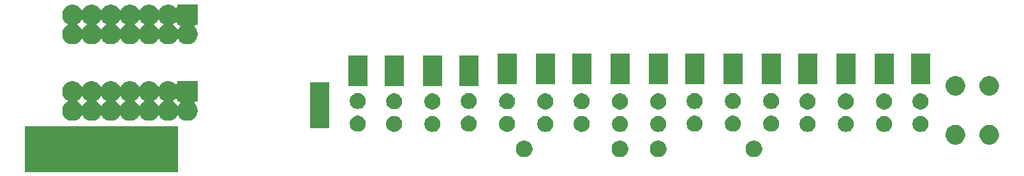
<source format=gbr>
G04 #@! TF.GenerationSoftware,KiCad,Pcbnew,(5.1.5)-3*
G04 #@! TF.CreationDate,2021-02-24T13:15:57+01:00*
G04 #@! TF.ProjectId,Projekt,50726f6a-656b-4742-9e6b-696361645f70,rev?*
G04 #@! TF.SameCoordinates,PX3778af0PY9765530*
G04 #@! TF.FileFunction,Soldermask,Bot*
G04 #@! TF.FilePolarity,Negative*
%FSLAX46Y46*%
G04 Gerber Fmt 4.6, Leading zero omitted, Abs format (unit mm)*
G04 Created by KiCad (PCBNEW (5.1.5)-3) date 2021-02-24 13:15:57*
%MOMM*%
%LPD*%
G04 APERTURE LIST*
%ADD10C,0.100000*%
G04 APERTURE END LIST*
D10*
G36*
X52812000Y17748000D02*
G01*
X50312000Y17748000D01*
X50312000Y13748000D01*
X52812000Y13748000D01*
X52812000Y17748000D01*
G37*
X52812000Y17748000D02*
X50312000Y17748000D01*
X50312000Y13748000D01*
X52812000Y13748000D01*
X52812000Y17748000D01*
G36*
X92690000Y18002000D02*
G01*
X90190000Y18002000D01*
X90190000Y14002000D01*
X92690000Y14002000D01*
X92690000Y18002000D01*
G37*
X92690000Y18002000D02*
X90190000Y18002000D01*
X90190000Y14002000D01*
X92690000Y14002000D01*
X92690000Y18002000D01*
G36*
X67798000Y18002000D02*
G01*
X65298000Y18002000D01*
X65298000Y14002000D01*
X67798000Y14002000D01*
X67798000Y18002000D01*
G37*
X67798000Y18002000D02*
X65298000Y18002000D01*
X65298000Y14002000D01*
X67798000Y14002000D01*
X67798000Y18002000D01*
G36*
X57892000Y17748000D02*
G01*
X55392000Y17748000D01*
X55392000Y13748000D01*
X57892000Y13748000D01*
X57892000Y17748000D01*
G37*
X57892000Y17748000D02*
X55392000Y17748000D01*
X55392000Y13748000D01*
X57892000Y13748000D01*
X57892000Y17748000D01*
G36*
X5060000Y8334000D02*
G01*
X2560000Y8334000D01*
X2560000Y2334000D01*
X5060000Y2334000D01*
X5060000Y8334000D01*
G37*
X5060000Y8334000D02*
X2560000Y8334000D01*
X2560000Y2334000D01*
X5060000Y2334000D01*
X5060000Y8334000D01*
G36*
X7600000Y8334000D02*
G01*
X5100000Y8334000D01*
X5100000Y2334000D01*
X7600000Y2334000D01*
X7600000Y8334000D01*
G37*
X7600000Y8334000D02*
X5100000Y8334000D01*
X5100000Y2334000D01*
X7600000Y2334000D01*
X7600000Y8334000D01*
G36*
X20300000Y8334000D02*
G01*
X17800000Y8334000D01*
X17800000Y2334000D01*
X20300000Y2334000D01*
X20300000Y8334000D01*
G37*
X20300000Y8334000D02*
X17800000Y8334000D01*
X17800000Y2334000D01*
X20300000Y2334000D01*
X20300000Y8334000D01*
G36*
X17760000Y8334000D02*
G01*
X15260000Y8334000D01*
X15260000Y2334000D01*
X17760000Y2334000D01*
X17760000Y8334000D01*
G37*
X17760000Y8334000D02*
X15260000Y8334000D01*
X15260000Y2334000D01*
X17760000Y2334000D01*
X17760000Y8334000D01*
G36*
X15220000Y8334000D02*
G01*
X12720000Y8334000D01*
X12720000Y2334000D01*
X15220000Y2334000D01*
X15220000Y8334000D01*
G37*
X15220000Y8334000D02*
X12720000Y8334000D01*
X12720000Y2334000D01*
X15220000Y2334000D01*
X15220000Y8334000D01*
G36*
X12680000Y8334000D02*
G01*
X10180000Y8334000D01*
X10180000Y2334000D01*
X12680000Y2334000D01*
X12680000Y8334000D01*
G37*
X12680000Y8334000D02*
X10180000Y8334000D01*
X10180000Y2334000D01*
X12680000Y2334000D01*
X12680000Y8334000D01*
G36*
X10140000Y8334000D02*
G01*
X7640000Y8334000D01*
X7640000Y2334000D01*
X10140000Y2334000D01*
X10140000Y8334000D01*
G37*
X10140000Y8334000D02*
X7640000Y8334000D01*
X7640000Y2334000D01*
X10140000Y2334000D01*
X10140000Y8334000D01*
G36*
X97770000Y18002000D02*
G01*
X95270000Y18002000D01*
X95270000Y14002000D01*
X97770000Y14002000D01*
X97770000Y18002000D01*
G37*
X97770000Y18002000D02*
X95270000Y18002000D01*
X95270000Y14002000D01*
X97770000Y14002000D01*
X97770000Y18002000D01*
G36*
X87864000Y18002000D02*
G01*
X85364000Y18002000D01*
X85364000Y14002000D01*
X87864000Y14002000D01*
X87864000Y18002000D01*
G37*
X87864000Y18002000D02*
X85364000Y18002000D01*
X85364000Y14002000D01*
X87864000Y14002000D01*
X87864000Y18002000D01*
G36*
X77704000Y18002000D02*
G01*
X75204000Y18002000D01*
X75204000Y14002000D01*
X77704000Y14002000D01*
X77704000Y18002000D01*
G37*
X77704000Y18002000D02*
X75204000Y18002000D01*
X75204000Y14002000D01*
X77704000Y14002000D01*
X77704000Y18002000D01*
G36*
X72878000Y18002000D02*
G01*
X70378000Y18002000D01*
X70378000Y14002000D01*
X72878000Y14002000D01*
X72878000Y18002000D01*
G37*
X72878000Y18002000D02*
X70378000Y18002000D01*
X70378000Y14002000D01*
X72878000Y14002000D01*
X72878000Y18002000D01*
G36*
X82784000Y18002000D02*
G01*
X80284000Y18002000D01*
X80284000Y14002000D01*
X82784000Y14002000D01*
X82784000Y18002000D01*
G37*
X82784000Y18002000D02*
X80284000Y18002000D01*
X80284000Y14002000D01*
X82784000Y14002000D01*
X82784000Y18002000D01*
G36*
X62718000Y17748000D02*
G01*
X60218000Y17748000D01*
X60218000Y13748000D01*
X62718000Y13748000D01*
X62718000Y17748000D01*
G37*
X62718000Y17748000D02*
X60218000Y17748000D01*
X60218000Y13748000D01*
X62718000Y13748000D01*
X62718000Y17748000D01*
G36*
X47986000Y17748000D02*
G01*
X45486000Y17748000D01*
X45486000Y13748000D01*
X47986000Y13748000D01*
X47986000Y17748000D01*
G37*
X47986000Y17748000D02*
X45486000Y17748000D01*
X45486000Y13748000D01*
X47986000Y13748000D01*
X47986000Y17748000D01*
G36*
X22840000Y8334000D02*
G01*
X20340000Y8334000D01*
X20340000Y2334000D01*
X22840000Y2334000D01*
X22840000Y8334000D01*
G37*
X22840000Y8334000D02*
X20340000Y8334000D01*
X20340000Y2334000D01*
X22840000Y2334000D01*
X22840000Y8334000D01*
G36*
X42906000Y14176000D02*
G01*
X40406000Y14176000D01*
X40406000Y8176000D01*
X42906000Y8176000D01*
X42906000Y14176000D01*
G37*
X42906000Y14176000D02*
X40406000Y14176000D01*
X40406000Y8176000D01*
X42906000Y8176000D01*
X42906000Y14176000D01*
G36*
X122662000Y18002000D02*
G01*
X120162000Y18002000D01*
X120162000Y14002000D01*
X122662000Y14002000D01*
X122662000Y18002000D01*
G37*
X122662000Y18002000D02*
X120162000Y18002000D01*
X120162000Y14002000D01*
X122662000Y14002000D01*
X122662000Y18002000D01*
G36*
X117836000Y18002000D02*
G01*
X115336000Y18002000D01*
X115336000Y14002000D01*
X117836000Y14002000D01*
X117836000Y18002000D01*
G37*
X117836000Y18002000D02*
X115336000Y18002000D01*
X115336000Y14002000D01*
X117836000Y14002000D01*
X117836000Y18002000D01*
G36*
X107676000Y18002000D02*
G01*
X105176000Y18002000D01*
X105176000Y14002000D01*
X107676000Y14002000D01*
X107676000Y18002000D01*
G37*
X107676000Y18002000D02*
X105176000Y18002000D01*
X105176000Y14002000D01*
X107676000Y14002000D01*
X107676000Y18002000D01*
G36*
X102850000Y18002000D02*
G01*
X100350000Y18002000D01*
X100350000Y14002000D01*
X102850000Y14002000D01*
X102850000Y18002000D01*
G37*
X102850000Y18002000D02*
X100350000Y18002000D01*
X100350000Y14002000D01*
X102850000Y14002000D01*
X102850000Y18002000D01*
G36*
X112756000Y18002000D02*
G01*
X110256000Y18002000D01*
X110256000Y14002000D01*
X112756000Y14002000D01*
X112756000Y18002000D01*
G37*
X112756000Y18002000D02*
X110256000Y18002000D01*
X110256000Y14002000D01*
X112756000Y14002000D01*
X112756000Y18002000D01*
G36*
X99528599Y6412864D02*
G01*
X99634860Y6391727D01*
X99835047Y6308807D01*
X100015209Y6188426D01*
X100168426Y6035209D01*
X100288807Y5855047D01*
X100371727Y5654860D01*
X100414000Y5442339D01*
X100414000Y5225661D01*
X100371727Y5013140D01*
X100288807Y4812953D01*
X100168426Y4632791D01*
X100015209Y4479574D01*
X99835047Y4359193D01*
X99634860Y4276273D01*
X99528600Y4255137D01*
X99422341Y4234000D01*
X99205659Y4234000D01*
X99099400Y4255137D01*
X98993140Y4276273D01*
X98792953Y4359193D01*
X98612791Y4479574D01*
X98459574Y4632791D01*
X98339193Y4812953D01*
X98256273Y5013140D01*
X98214000Y5225661D01*
X98214000Y5442339D01*
X98256273Y5654860D01*
X98339193Y5855047D01*
X98459574Y6035209D01*
X98612791Y6188426D01*
X98792953Y6308807D01*
X98993140Y6391727D01*
X99099401Y6412864D01*
X99205659Y6434000D01*
X99422341Y6434000D01*
X99528599Y6412864D01*
G37*
G36*
X69048599Y6412864D02*
G01*
X69154860Y6391727D01*
X69355047Y6308807D01*
X69535209Y6188426D01*
X69688426Y6035209D01*
X69808807Y5855047D01*
X69891727Y5654860D01*
X69934000Y5442339D01*
X69934000Y5225661D01*
X69891727Y5013140D01*
X69808807Y4812953D01*
X69688426Y4632791D01*
X69535209Y4479574D01*
X69355047Y4359193D01*
X69154860Y4276273D01*
X69048600Y4255137D01*
X68942341Y4234000D01*
X68725659Y4234000D01*
X68619400Y4255137D01*
X68513140Y4276273D01*
X68312953Y4359193D01*
X68132791Y4479574D01*
X67979574Y4632791D01*
X67859193Y4812953D01*
X67776273Y5013140D01*
X67734000Y5225661D01*
X67734000Y5442339D01*
X67776273Y5654860D01*
X67859193Y5855047D01*
X67979574Y6035209D01*
X68132791Y6188426D01*
X68312953Y6308807D01*
X68513140Y6391727D01*
X68619401Y6412864D01*
X68725659Y6434000D01*
X68942341Y6434000D01*
X69048599Y6412864D01*
G37*
G36*
X81748599Y6412864D02*
G01*
X81854860Y6391727D01*
X82055047Y6308807D01*
X82235209Y6188426D01*
X82388426Y6035209D01*
X82508807Y5855047D01*
X82591727Y5654860D01*
X82634000Y5442339D01*
X82634000Y5225661D01*
X82591727Y5013140D01*
X82508807Y4812953D01*
X82388426Y4632791D01*
X82235209Y4479574D01*
X82055047Y4359193D01*
X81854860Y4276273D01*
X81748600Y4255137D01*
X81642341Y4234000D01*
X81425659Y4234000D01*
X81319400Y4255137D01*
X81213140Y4276273D01*
X81012953Y4359193D01*
X80832791Y4479574D01*
X80679574Y4632791D01*
X80559193Y4812953D01*
X80476273Y5013140D01*
X80434000Y5225661D01*
X80434000Y5442339D01*
X80476273Y5654860D01*
X80559193Y5855047D01*
X80679574Y6035209D01*
X80832791Y6188426D01*
X81012953Y6308807D01*
X81213140Y6391727D01*
X81319401Y6412864D01*
X81425659Y6434000D01*
X81642341Y6434000D01*
X81748599Y6412864D01*
G37*
G36*
X86828599Y6412864D02*
G01*
X86934860Y6391727D01*
X87135047Y6308807D01*
X87315209Y6188426D01*
X87468426Y6035209D01*
X87588807Y5855047D01*
X87671727Y5654860D01*
X87714000Y5442339D01*
X87714000Y5225661D01*
X87671727Y5013140D01*
X87588807Y4812953D01*
X87468426Y4632791D01*
X87315209Y4479574D01*
X87135047Y4359193D01*
X86934860Y4276273D01*
X86828600Y4255137D01*
X86722341Y4234000D01*
X86505659Y4234000D01*
X86399400Y4255137D01*
X86293140Y4276273D01*
X86092953Y4359193D01*
X85912791Y4479574D01*
X85759574Y4632791D01*
X85639193Y4812953D01*
X85556273Y5013140D01*
X85514000Y5225661D01*
X85514000Y5442339D01*
X85556273Y5654860D01*
X85639193Y5855047D01*
X85759574Y6035209D01*
X85912791Y6188426D01*
X86092953Y6308807D01*
X86293140Y6391727D01*
X86399401Y6412864D01*
X86505659Y6434000D01*
X86722341Y6434000D01*
X86828599Y6412864D01*
G37*
G36*
X130935196Y8466042D02*
G01*
X131171781Y8368045D01*
X131381874Y8227666D01*
X131384705Y8225774D01*
X131565774Y8044705D01*
X131565776Y8044702D01*
X131708045Y7831781D01*
X131806042Y7595196D01*
X131856000Y7344039D01*
X131856000Y7087961D01*
X131806042Y6836804D01*
X131730246Y6653816D01*
X131708046Y6600221D01*
X131565774Y6387295D01*
X131384705Y6206226D01*
X131384702Y6206224D01*
X131171781Y6063955D01*
X130935196Y5965958D01*
X130684039Y5916000D01*
X130427961Y5916000D01*
X130176804Y5965958D01*
X129940219Y6063955D01*
X129727298Y6206224D01*
X129727295Y6206226D01*
X129546226Y6387295D01*
X129403954Y6600221D01*
X129381754Y6653816D01*
X129305958Y6836804D01*
X129256000Y7087961D01*
X129256000Y7344039D01*
X129305958Y7595196D01*
X129403955Y7831781D01*
X129546224Y8044702D01*
X129546226Y8044705D01*
X129727295Y8225774D01*
X129730126Y8227666D01*
X129940219Y8368045D01*
X130176804Y8466042D01*
X130427961Y8516000D01*
X130684039Y8516000D01*
X130935196Y8466042D01*
G37*
G36*
X126435196Y8466042D02*
G01*
X126671781Y8368045D01*
X126881874Y8227666D01*
X126884705Y8225774D01*
X127065774Y8044705D01*
X127065776Y8044702D01*
X127208045Y7831781D01*
X127306042Y7595196D01*
X127356000Y7344039D01*
X127356000Y7087961D01*
X127306042Y6836804D01*
X127230246Y6653816D01*
X127208046Y6600221D01*
X127065774Y6387295D01*
X126884705Y6206226D01*
X126884702Y6206224D01*
X126671781Y6063955D01*
X126435196Y5965958D01*
X126184039Y5916000D01*
X125927961Y5916000D01*
X125676804Y5965958D01*
X125440219Y6063955D01*
X125227298Y6206224D01*
X125227295Y6206226D01*
X125046226Y6387295D01*
X124903954Y6600221D01*
X124881754Y6653816D01*
X124805958Y6836804D01*
X124756000Y7087961D01*
X124756000Y7344039D01*
X124805958Y7595196D01*
X124903955Y7831781D01*
X125046224Y8044702D01*
X125046226Y8044705D01*
X125227295Y8225774D01*
X125230126Y8227666D01*
X125440219Y8368045D01*
X125676804Y8466042D01*
X125927961Y8516000D01*
X126184039Y8516000D01*
X126435196Y8466042D01*
G37*
G36*
X86923774Y9657188D02*
G01*
X87117046Y9577133D01*
X87290986Y9460910D01*
X87438910Y9312986D01*
X87555133Y9139046D01*
X87635188Y8945774D01*
X87676000Y8740598D01*
X87676000Y8531402D01*
X87635188Y8326226D01*
X87555133Y8132954D01*
X87438910Y7959014D01*
X87290986Y7811090D01*
X87117046Y7694867D01*
X86923774Y7614812D01*
X86718598Y7574000D01*
X86509402Y7574000D01*
X86304226Y7614812D01*
X86110954Y7694867D01*
X85937014Y7811090D01*
X85789090Y7959014D01*
X85672867Y8132954D01*
X85592812Y8326226D01*
X85552000Y8531402D01*
X85552000Y8740598D01*
X85592812Y8945774D01*
X85672867Y9139046D01*
X85789090Y9312986D01*
X85937014Y9460910D01*
X86110954Y9577133D01*
X86304226Y9657188D01*
X86509402Y9698000D01*
X86718598Y9698000D01*
X86923774Y9657188D01*
G37*
G36*
X71937774Y9657188D02*
G01*
X72131046Y9577133D01*
X72304986Y9460910D01*
X72452910Y9312986D01*
X72569133Y9139046D01*
X72649188Y8945774D01*
X72690000Y8740598D01*
X72690000Y8531402D01*
X72649188Y8326226D01*
X72569133Y8132954D01*
X72452910Y7959014D01*
X72304986Y7811090D01*
X72131046Y7694867D01*
X71937774Y7614812D01*
X71732598Y7574000D01*
X71523402Y7574000D01*
X71318226Y7614812D01*
X71124954Y7694867D01*
X70951014Y7811090D01*
X70803090Y7959014D01*
X70686867Y8132954D01*
X70606812Y8326226D01*
X70566000Y8531402D01*
X70566000Y8740598D01*
X70606812Y8945774D01*
X70686867Y9139046D01*
X70803090Y9312986D01*
X70951014Y9460910D01*
X71124954Y9577133D01*
X71318226Y9657188D01*
X71523402Y9698000D01*
X71732598Y9698000D01*
X71937774Y9657188D01*
G37*
G36*
X56951774Y9657188D02*
G01*
X57145046Y9577133D01*
X57318986Y9460910D01*
X57466910Y9312986D01*
X57583133Y9139046D01*
X57663188Y8945774D01*
X57704000Y8740598D01*
X57704000Y8531402D01*
X57663188Y8326226D01*
X57583133Y8132954D01*
X57466910Y7959014D01*
X57318986Y7811090D01*
X57145046Y7694867D01*
X56951774Y7614812D01*
X56746598Y7574000D01*
X56537402Y7574000D01*
X56332226Y7614812D01*
X56138954Y7694867D01*
X55965014Y7811090D01*
X55817090Y7959014D01*
X55700867Y8132954D01*
X55620812Y8326226D01*
X55580000Y8531402D01*
X55580000Y8740598D01*
X55620812Y8945774D01*
X55700867Y9139046D01*
X55817090Y9312986D01*
X55965014Y9460910D01*
X56138954Y9577133D01*
X56332226Y9657188D01*
X56537402Y9698000D01*
X56746598Y9698000D01*
X56951774Y9657188D01*
G37*
G36*
X106735774Y9657188D02*
G01*
X106929046Y9577133D01*
X107102986Y9460910D01*
X107250910Y9312986D01*
X107367133Y9139046D01*
X107447188Y8945774D01*
X107488000Y8740598D01*
X107488000Y8531402D01*
X107447188Y8326226D01*
X107367133Y8132954D01*
X107250910Y7959014D01*
X107102986Y7811090D01*
X106929046Y7694867D01*
X106735774Y7614812D01*
X106530598Y7574000D01*
X106321402Y7574000D01*
X106116226Y7614812D01*
X105922954Y7694867D01*
X105749014Y7811090D01*
X105601090Y7959014D01*
X105484867Y8132954D01*
X105404812Y8326226D01*
X105364000Y8531402D01*
X105364000Y8740598D01*
X105404812Y8945774D01*
X105484867Y9139046D01*
X105601090Y9312986D01*
X105749014Y9460910D01*
X105922954Y9577133D01*
X106116226Y9657188D01*
X106321402Y9698000D01*
X106530598Y9698000D01*
X106735774Y9657188D01*
G37*
G36*
X121721774Y9657188D02*
G01*
X121915046Y9577133D01*
X122088986Y9460910D01*
X122236910Y9312986D01*
X122353133Y9139046D01*
X122433188Y8945774D01*
X122474000Y8740598D01*
X122474000Y8531402D01*
X122433188Y8326226D01*
X122353133Y8132954D01*
X122236910Y7959014D01*
X122088986Y7811090D01*
X121915046Y7694867D01*
X121721774Y7614812D01*
X121516598Y7574000D01*
X121307402Y7574000D01*
X121102226Y7614812D01*
X120908954Y7694867D01*
X120735014Y7811090D01*
X120587090Y7959014D01*
X120470867Y8132954D01*
X120390812Y8326226D01*
X120350000Y8531402D01*
X120350000Y8740598D01*
X120390812Y8945774D01*
X120470867Y9139046D01*
X120587090Y9312986D01*
X120735014Y9460910D01*
X120908954Y9577133D01*
X121102226Y9657188D01*
X121307402Y9698000D01*
X121516598Y9698000D01*
X121721774Y9657188D01*
G37*
G36*
X111815774Y9657188D02*
G01*
X112009046Y9577133D01*
X112182986Y9460910D01*
X112330910Y9312986D01*
X112447133Y9139046D01*
X112527188Y8945774D01*
X112568000Y8740598D01*
X112568000Y8531402D01*
X112527188Y8326226D01*
X112447133Y8132954D01*
X112330910Y7959014D01*
X112182986Y7811090D01*
X112009046Y7694867D01*
X111815774Y7614812D01*
X111610598Y7574000D01*
X111401402Y7574000D01*
X111196226Y7614812D01*
X111002954Y7694867D01*
X110829014Y7811090D01*
X110681090Y7959014D01*
X110564867Y8132954D01*
X110484812Y8326226D01*
X110444000Y8531402D01*
X110444000Y8740598D01*
X110484812Y8945774D01*
X110564867Y9139046D01*
X110681090Y9312986D01*
X110829014Y9460910D01*
X111002954Y9577133D01*
X111196226Y9657188D01*
X111401402Y9698000D01*
X111610598Y9698000D01*
X111815774Y9657188D01*
G37*
G36*
X81843774Y9657188D02*
G01*
X82037046Y9577133D01*
X82210986Y9460910D01*
X82358910Y9312986D01*
X82475133Y9139046D01*
X82555188Y8945774D01*
X82596000Y8740598D01*
X82596000Y8531402D01*
X82555188Y8326226D01*
X82475133Y8132954D01*
X82358910Y7959014D01*
X82210986Y7811090D01*
X82037046Y7694867D01*
X81843774Y7614812D01*
X81638598Y7574000D01*
X81429402Y7574000D01*
X81224226Y7614812D01*
X81030954Y7694867D01*
X80857014Y7811090D01*
X80709090Y7959014D01*
X80592867Y8132954D01*
X80512812Y8326226D01*
X80472000Y8531402D01*
X80472000Y8740598D01*
X80512812Y8945774D01*
X80592867Y9139046D01*
X80709090Y9312986D01*
X80857014Y9460910D01*
X81030954Y9577133D01*
X81224226Y9657188D01*
X81429402Y9698000D01*
X81638598Y9698000D01*
X81843774Y9657188D01*
G37*
G36*
X116895774Y9657188D02*
G01*
X117089046Y9577133D01*
X117262986Y9460910D01*
X117410910Y9312986D01*
X117527133Y9139046D01*
X117607188Y8945774D01*
X117648000Y8740598D01*
X117648000Y8531402D01*
X117607188Y8326226D01*
X117527133Y8132954D01*
X117410910Y7959014D01*
X117262986Y7811090D01*
X117089046Y7694867D01*
X116895774Y7614812D01*
X116690598Y7574000D01*
X116481402Y7574000D01*
X116276226Y7614812D01*
X116082954Y7694867D01*
X115909014Y7811090D01*
X115761090Y7959014D01*
X115644867Y8132954D01*
X115564812Y8326226D01*
X115524000Y8531402D01*
X115524000Y8740598D01*
X115564812Y8945774D01*
X115644867Y9139046D01*
X115761090Y9312986D01*
X115909014Y9460910D01*
X116082954Y9577133D01*
X116276226Y9657188D01*
X116481402Y9698000D01*
X116690598Y9698000D01*
X116895774Y9657188D01*
G37*
G36*
X76763774Y9681188D02*
G01*
X76957046Y9601133D01*
X77130986Y9484910D01*
X77278910Y9336986D01*
X77395133Y9163046D01*
X77475188Y8969774D01*
X77516000Y8764598D01*
X77516000Y8555402D01*
X77475188Y8350226D01*
X77395133Y8156954D01*
X77278910Y7983014D01*
X77130986Y7835090D01*
X76957046Y7718867D01*
X76763774Y7638812D01*
X76558598Y7598000D01*
X76349402Y7598000D01*
X76144226Y7638812D01*
X75950954Y7718867D01*
X75777014Y7835090D01*
X75629090Y7983014D01*
X75512867Y8156954D01*
X75432812Y8350226D01*
X75392000Y8555402D01*
X75392000Y8764598D01*
X75432812Y8969774D01*
X75512867Y9163046D01*
X75629090Y9336986D01*
X75777014Y9484910D01*
X75950954Y9601133D01*
X76144226Y9681188D01*
X76349402Y9722000D01*
X76558598Y9722000D01*
X76763774Y9681188D01*
G37*
G36*
X51871774Y9681188D02*
G01*
X52065046Y9601133D01*
X52238986Y9484910D01*
X52386910Y9336986D01*
X52503133Y9163046D01*
X52583188Y8969774D01*
X52624000Y8764598D01*
X52624000Y8555402D01*
X52583188Y8350226D01*
X52503133Y8156954D01*
X52386910Y7983014D01*
X52238986Y7835090D01*
X52065046Y7718867D01*
X51871774Y7638812D01*
X51666598Y7598000D01*
X51457402Y7598000D01*
X51252226Y7638812D01*
X51058954Y7718867D01*
X50885014Y7835090D01*
X50737090Y7983014D01*
X50620867Y8156954D01*
X50540812Y8350226D01*
X50500000Y8555402D01*
X50500000Y8764598D01*
X50540812Y8969774D01*
X50620867Y9163046D01*
X50737090Y9336986D01*
X50885014Y9484910D01*
X51058954Y9601133D01*
X51252226Y9681188D01*
X51457402Y9722000D01*
X51666598Y9722000D01*
X51871774Y9681188D01*
G37*
G36*
X66857774Y9681188D02*
G01*
X67051046Y9601133D01*
X67224986Y9484910D01*
X67372910Y9336986D01*
X67489133Y9163046D01*
X67569188Y8969774D01*
X67610000Y8764598D01*
X67610000Y8555402D01*
X67569188Y8350226D01*
X67489133Y8156954D01*
X67372910Y7983014D01*
X67224986Y7835090D01*
X67051046Y7718867D01*
X66857774Y7638812D01*
X66652598Y7598000D01*
X66443402Y7598000D01*
X66238226Y7638812D01*
X66044954Y7718867D01*
X65871014Y7835090D01*
X65723090Y7983014D01*
X65606867Y8156954D01*
X65526812Y8350226D01*
X65486000Y8555402D01*
X65486000Y8764598D01*
X65526812Y8969774D01*
X65606867Y9163046D01*
X65723090Y9336986D01*
X65871014Y9484910D01*
X66044954Y9601133D01*
X66238226Y9681188D01*
X66443402Y9722000D01*
X66652598Y9722000D01*
X66857774Y9681188D01*
G37*
G36*
X91749774Y9705188D02*
G01*
X91943046Y9625133D01*
X92116986Y9508910D01*
X92264910Y9360986D01*
X92381133Y9187046D01*
X92461188Y8993774D01*
X92502000Y8788598D01*
X92502000Y8579402D01*
X92461188Y8374226D01*
X92381133Y8180954D01*
X92264910Y8007014D01*
X92116986Y7859090D01*
X91943046Y7742867D01*
X91749774Y7662812D01*
X91544598Y7622000D01*
X91335402Y7622000D01*
X91130226Y7662812D01*
X90936954Y7742867D01*
X90763014Y7859090D01*
X90615090Y8007014D01*
X90498867Y8180954D01*
X90418812Y8374226D01*
X90378000Y8579402D01*
X90378000Y8788598D01*
X90418812Y8993774D01*
X90498867Y9187046D01*
X90615090Y9360986D01*
X90763014Y9508910D01*
X90936954Y9625133D01*
X91130226Y9705188D01*
X91335402Y9746000D01*
X91544598Y9746000D01*
X91749774Y9705188D01*
G37*
G36*
X96829774Y9705188D02*
G01*
X97023046Y9625133D01*
X97196986Y9508910D01*
X97344910Y9360986D01*
X97461133Y9187046D01*
X97541188Y8993774D01*
X97582000Y8788598D01*
X97582000Y8579402D01*
X97541188Y8374226D01*
X97461133Y8180954D01*
X97344910Y8007014D01*
X97196986Y7859090D01*
X97023046Y7742867D01*
X96829774Y7662812D01*
X96624598Y7622000D01*
X96415402Y7622000D01*
X96210226Y7662812D01*
X96016954Y7742867D01*
X95843014Y7859090D01*
X95695090Y8007014D01*
X95578867Y8180954D01*
X95498812Y8374226D01*
X95458000Y8579402D01*
X95458000Y8788598D01*
X95498812Y8993774D01*
X95578867Y9187046D01*
X95695090Y9360986D01*
X95843014Y9508910D01*
X96016954Y9625133D01*
X96210226Y9705188D01*
X96415402Y9746000D01*
X96624598Y9746000D01*
X96829774Y9705188D01*
G37*
G36*
X101909774Y9705188D02*
G01*
X102103046Y9625133D01*
X102276986Y9508910D01*
X102424910Y9360986D01*
X102541133Y9187046D01*
X102621188Y8993774D01*
X102662000Y8788598D01*
X102662000Y8579402D01*
X102621188Y8374226D01*
X102541133Y8180954D01*
X102424910Y8007014D01*
X102276986Y7859090D01*
X102103046Y7742867D01*
X101909774Y7662812D01*
X101704598Y7622000D01*
X101495402Y7622000D01*
X101290226Y7662812D01*
X101096954Y7742867D01*
X100923014Y7859090D01*
X100775090Y8007014D01*
X100658867Y8180954D01*
X100578812Y8374226D01*
X100538000Y8579402D01*
X100538000Y8788598D01*
X100578812Y8993774D01*
X100658867Y9187046D01*
X100775090Y9360986D01*
X100923014Y9508910D01*
X101096954Y9625133D01*
X101290226Y9705188D01*
X101495402Y9746000D01*
X101704598Y9746000D01*
X101909774Y9705188D01*
G37*
G36*
X61777774Y9705188D02*
G01*
X61971046Y9625133D01*
X62144986Y9508910D01*
X62292910Y9360986D01*
X62409133Y9187046D01*
X62489188Y8993774D01*
X62530000Y8788598D01*
X62530000Y8579402D01*
X62489188Y8374226D01*
X62409133Y8180954D01*
X62292910Y8007014D01*
X62144986Y7859090D01*
X61971046Y7742867D01*
X61777774Y7662812D01*
X61572598Y7622000D01*
X61363402Y7622000D01*
X61158226Y7662812D01*
X60964954Y7742867D01*
X60791014Y7859090D01*
X60643090Y8007014D01*
X60526867Y8180954D01*
X60446812Y8374226D01*
X60406000Y8579402D01*
X60406000Y8788598D01*
X60446812Y8993774D01*
X60526867Y9187046D01*
X60643090Y9360986D01*
X60791014Y9508910D01*
X60964954Y9625133D01*
X61158226Y9705188D01*
X61363402Y9746000D01*
X61572598Y9746000D01*
X61777774Y9705188D01*
G37*
G36*
X47045774Y9705188D02*
G01*
X47239046Y9625133D01*
X47412986Y9508910D01*
X47560910Y9360986D01*
X47677133Y9187046D01*
X47757188Y8993774D01*
X47798000Y8788598D01*
X47798000Y8579402D01*
X47757188Y8374226D01*
X47677133Y8180954D01*
X47560910Y8007014D01*
X47412986Y7859090D01*
X47239046Y7742867D01*
X47045774Y7662812D01*
X46840598Y7622000D01*
X46631402Y7622000D01*
X46426226Y7662812D01*
X46232954Y7742867D01*
X46059014Y7859090D01*
X45911090Y8007014D01*
X45794867Y8180954D01*
X45714812Y8374226D01*
X45674000Y8579402D01*
X45674000Y8788598D01*
X45714812Y8993774D01*
X45794867Y9187046D01*
X45911090Y9360986D01*
X46059014Y9508910D01*
X46232954Y9625133D01*
X46426226Y9705188D01*
X46631402Y9746000D01*
X46840598Y9746000D01*
X47045774Y9705188D01*
G37*
G36*
X9283782Y14252120D02*
G01*
X9529463Y14150355D01*
X9529465Y14150354D01*
X9745424Y14006055D01*
X9750578Y14002611D01*
X9938614Y13814575D01*
X10035281Y13669903D01*
X10053935Y13647173D01*
X10076665Y13628518D01*
X10102598Y13614657D01*
X10130737Y13606121D01*
X10160000Y13603239D01*
X10189264Y13606121D01*
X10217402Y13614657D01*
X10243335Y13628519D01*
X10266065Y13647173D01*
X10284719Y13669903D01*
X10381386Y13814575D01*
X10569422Y14002611D01*
X10574576Y14006055D01*
X10790535Y14150354D01*
X10790537Y14150355D01*
X11036218Y14252120D01*
X11297037Y14304000D01*
X11562963Y14304000D01*
X11823782Y14252120D01*
X12069463Y14150355D01*
X12069465Y14150354D01*
X12285424Y14006055D01*
X12290578Y14002611D01*
X12478614Y13814575D01*
X12575281Y13669903D01*
X12593935Y13647173D01*
X12616665Y13628518D01*
X12642598Y13614657D01*
X12670737Y13606121D01*
X12700000Y13603239D01*
X12729264Y13606121D01*
X12757402Y13614657D01*
X12783335Y13628519D01*
X12806065Y13647173D01*
X12824719Y13669903D01*
X12921386Y13814575D01*
X13109422Y14002611D01*
X13114576Y14006055D01*
X13330535Y14150354D01*
X13330537Y14150355D01*
X13576218Y14252120D01*
X13837037Y14304000D01*
X14102963Y14304000D01*
X14363782Y14252120D01*
X14609463Y14150355D01*
X14609465Y14150354D01*
X14825424Y14006055D01*
X14830578Y14002611D01*
X15018614Y13814575D01*
X15115281Y13669903D01*
X15133935Y13647173D01*
X15156665Y13628518D01*
X15182598Y13614657D01*
X15210737Y13606121D01*
X15240000Y13603239D01*
X15269264Y13606121D01*
X15297402Y13614657D01*
X15323335Y13628519D01*
X15346065Y13647173D01*
X15364719Y13669903D01*
X15461386Y13814575D01*
X15649422Y14002611D01*
X15654576Y14006055D01*
X15870535Y14150354D01*
X15870537Y14150355D01*
X16116218Y14252120D01*
X16377037Y14304000D01*
X16642963Y14304000D01*
X16903782Y14252120D01*
X17149463Y14150355D01*
X17149465Y14150354D01*
X17365424Y14006055D01*
X17370578Y14002611D01*
X17558614Y13814575D01*
X17655281Y13669903D01*
X17673935Y13647173D01*
X17696665Y13628518D01*
X17722598Y13614657D01*
X17750737Y13606121D01*
X17780000Y13603239D01*
X17809264Y13606121D01*
X17837402Y13614657D01*
X17863335Y13628519D01*
X17886065Y13647173D01*
X17904719Y13669903D01*
X18001386Y13814575D01*
X18189422Y14002611D01*
X18194576Y14006055D01*
X18410535Y14150354D01*
X18410537Y14150355D01*
X18656218Y14252120D01*
X18917037Y14304000D01*
X19182963Y14304000D01*
X19443782Y14252120D01*
X19689463Y14150355D01*
X19689465Y14150354D01*
X19905424Y14006055D01*
X19910578Y14002611D01*
X20098614Y13814575D01*
X20195281Y13669903D01*
X20213935Y13647173D01*
X20236665Y13628518D01*
X20262598Y13614657D01*
X20290737Y13606121D01*
X20320000Y13603239D01*
X20349264Y13606121D01*
X20377402Y13614657D01*
X20403335Y13628519D01*
X20426065Y13647173D01*
X20444719Y13669903D01*
X20541386Y13814575D01*
X20729422Y14002611D01*
X20734576Y14006055D01*
X20950535Y14150354D01*
X20950537Y14150355D01*
X21196218Y14252120D01*
X21457037Y14304000D01*
X21722963Y14304000D01*
X21983782Y14252120D01*
X22229463Y14150355D01*
X22229465Y14150354D01*
X22445424Y14006055D01*
X22450578Y14002611D01*
X22523936Y13929253D01*
X22546666Y13910598D01*
X22572599Y13896737D01*
X22600738Y13888201D01*
X22630001Y13885319D01*
X22659264Y13888201D01*
X22687403Y13896737D01*
X22713336Y13910598D01*
X22736066Y13929253D01*
X22754721Y13951983D01*
X22768582Y13977916D01*
X22777118Y14006055D01*
X22780000Y14035318D01*
X22780000Y14304000D01*
X25480000Y14304000D01*
X25480000Y11604000D01*
X25211318Y11604000D01*
X25182055Y11601118D01*
X25153916Y11592582D01*
X25127983Y11578721D01*
X25105253Y11560066D01*
X25086598Y11537336D01*
X25072737Y11511403D01*
X25064201Y11483264D01*
X25061319Y11454001D01*
X25064201Y11424738D01*
X25072737Y11396599D01*
X25086598Y11370666D01*
X25105253Y11347936D01*
X25178611Y11274578D01*
X25178613Y11274575D01*
X25317898Y11066121D01*
X25326355Y11053463D01*
X25428120Y10807782D01*
X25480000Y10546963D01*
X25480000Y10281037D01*
X25428120Y10020218D01*
X25326355Y9774537D01*
X25326354Y9774535D01*
X25180577Y9556364D01*
X25178611Y9553422D01*
X24990578Y9365389D01*
X24990575Y9365387D01*
X24769465Y9217646D01*
X24769464Y9217645D01*
X24769463Y9217645D01*
X24523782Y9115880D01*
X24262963Y9064000D01*
X23997037Y9064000D01*
X23736218Y9115880D01*
X23490537Y9217645D01*
X23490536Y9217645D01*
X23490535Y9217646D01*
X23269425Y9365387D01*
X23269422Y9365389D01*
X23081386Y9553425D01*
X22984719Y9698097D01*
X22966065Y9720827D01*
X22943335Y9739482D01*
X22917402Y9753343D01*
X22889263Y9761879D01*
X22860000Y9764761D01*
X22830736Y9761879D01*
X22802598Y9753343D01*
X22776665Y9739481D01*
X22753935Y9720827D01*
X22735281Y9698097D01*
X22638614Y9553425D01*
X22450578Y9365389D01*
X22450575Y9365387D01*
X22229465Y9217646D01*
X22229464Y9217645D01*
X22229463Y9217645D01*
X21983782Y9115880D01*
X21722963Y9064000D01*
X21457037Y9064000D01*
X21196218Y9115880D01*
X20950537Y9217645D01*
X20950536Y9217645D01*
X20950535Y9217646D01*
X20729425Y9365387D01*
X20729422Y9365389D01*
X20541386Y9553425D01*
X20444719Y9698097D01*
X20426065Y9720827D01*
X20403335Y9739482D01*
X20377402Y9753343D01*
X20349263Y9761879D01*
X20320000Y9764761D01*
X20290736Y9761879D01*
X20262598Y9753343D01*
X20236665Y9739481D01*
X20213935Y9720827D01*
X20195281Y9698097D01*
X20098614Y9553425D01*
X19910578Y9365389D01*
X19910575Y9365387D01*
X19689465Y9217646D01*
X19689464Y9217645D01*
X19689463Y9217645D01*
X19443782Y9115880D01*
X19182963Y9064000D01*
X18917037Y9064000D01*
X18656218Y9115880D01*
X18410537Y9217645D01*
X18410536Y9217645D01*
X18410535Y9217646D01*
X18189425Y9365387D01*
X18189422Y9365389D01*
X18001386Y9553425D01*
X17904719Y9698097D01*
X17886065Y9720827D01*
X17863335Y9739482D01*
X17837402Y9753343D01*
X17809263Y9761879D01*
X17780000Y9764761D01*
X17750736Y9761879D01*
X17722598Y9753343D01*
X17696665Y9739481D01*
X17673935Y9720827D01*
X17655281Y9698097D01*
X17558614Y9553425D01*
X17370578Y9365389D01*
X17370575Y9365387D01*
X17149465Y9217646D01*
X17149464Y9217645D01*
X17149463Y9217645D01*
X16903782Y9115880D01*
X16642963Y9064000D01*
X16377037Y9064000D01*
X16116218Y9115880D01*
X15870537Y9217645D01*
X15870536Y9217645D01*
X15870535Y9217646D01*
X15649425Y9365387D01*
X15649422Y9365389D01*
X15461386Y9553425D01*
X15364719Y9698097D01*
X15346065Y9720827D01*
X15323335Y9739482D01*
X15297402Y9753343D01*
X15269263Y9761879D01*
X15240000Y9764761D01*
X15210736Y9761879D01*
X15182598Y9753343D01*
X15156665Y9739481D01*
X15133935Y9720827D01*
X15115281Y9698097D01*
X15018614Y9553425D01*
X14830578Y9365389D01*
X14830575Y9365387D01*
X14609465Y9217646D01*
X14609464Y9217645D01*
X14609463Y9217645D01*
X14363782Y9115880D01*
X14102963Y9064000D01*
X13837037Y9064000D01*
X13576218Y9115880D01*
X13330537Y9217645D01*
X13330536Y9217645D01*
X13330535Y9217646D01*
X13109425Y9365387D01*
X13109422Y9365389D01*
X12921386Y9553425D01*
X12824719Y9698097D01*
X12806065Y9720827D01*
X12783335Y9739482D01*
X12757402Y9753343D01*
X12729263Y9761879D01*
X12700000Y9764761D01*
X12670736Y9761879D01*
X12642598Y9753343D01*
X12616665Y9739481D01*
X12593935Y9720827D01*
X12575281Y9698097D01*
X12478614Y9553425D01*
X12290578Y9365389D01*
X12290575Y9365387D01*
X12069465Y9217646D01*
X12069464Y9217645D01*
X12069463Y9217645D01*
X11823782Y9115880D01*
X11562963Y9064000D01*
X11297037Y9064000D01*
X11036218Y9115880D01*
X10790537Y9217645D01*
X10790536Y9217645D01*
X10790535Y9217646D01*
X10569425Y9365387D01*
X10569422Y9365389D01*
X10381386Y9553425D01*
X10284719Y9698097D01*
X10266065Y9720827D01*
X10243335Y9739482D01*
X10217402Y9753343D01*
X10189263Y9761879D01*
X10160000Y9764761D01*
X10130736Y9761879D01*
X10102598Y9753343D01*
X10076665Y9739481D01*
X10053935Y9720827D01*
X10035281Y9698097D01*
X9938614Y9553425D01*
X9750578Y9365389D01*
X9750575Y9365387D01*
X9529465Y9217646D01*
X9529464Y9217645D01*
X9529463Y9217645D01*
X9283782Y9115880D01*
X9022963Y9064000D01*
X8757037Y9064000D01*
X8496218Y9115880D01*
X8250537Y9217645D01*
X8250536Y9217645D01*
X8250535Y9217646D01*
X8029425Y9365387D01*
X8029422Y9365389D01*
X7841389Y9553422D01*
X7839423Y9556364D01*
X7693646Y9774535D01*
X7693645Y9774537D01*
X7591880Y10020218D01*
X7540000Y10281037D01*
X7540000Y10546963D01*
X7591880Y10807782D01*
X7693645Y11053463D01*
X7702103Y11066121D01*
X7841387Y11274575D01*
X7841389Y11274578D01*
X8029425Y11462614D01*
X8174097Y11559281D01*
X8196827Y11577935D01*
X8215482Y11600665D01*
X8229343Y11626598D01*
X8237879Y11654737D01*
X8240761Y11684000D01*
X9539239Y11684000D01*
X9542121Y11654736D01*
X9550657Y11626598D01*
X9564519Y11600665D01*
X9583173Y11577935D01*
X9605903Y11559281D01*
X9750575Y11462614D01*
X9938614Y11274575D01*
X10035281Y11129903D01*
X10053935Y11107173D01*
X10076665Y11088518D01*
X10102598Y11074657D01*
X10130737Y11066121D01*
X10160000Y11063239D01*
X10189264Y11066121D01*
X10217402Y11074657D01*
X10243335Y11088519D01*
X10266065Y11107173D01*
X10284719Y11129903D01*
X10381386Y11274575D01*
X10569425Y11462614D01*
X10714097Y11559281D01*
X10736827Y11577935D01*
X10755482Y11600665D01*
X10769343Y11626598D01*
X10777879Y11654737D01*
X10780761Y11684000D01*
X12079239Y11684000D01*
X12082121Y11654736D01*
X12090657Y11626598D01*
X12104519Y11600665D01*
X12123173Y11577935D01*
X12145903Y11559281D01*
X12290575Y11462614D01*
X12478614Y11274575D01*
X12575281Y11129903D01*
X12593935Y11107173D01*
X12616665Y11088518D01*
X12642598Y11074657D01*
X12670737Y11066121D01*
X12700000Y11063239D01*
X12729264Y11066121D01*
X12757402Y11074657D01*
X12783335Y11088519D01*
X12806065Y11107173D01*
X12824719Y11129903D01*
X12921386Y11274575D01*
X13109425Y11462614D01*
X13254097Y11559281D01*
X13276827Y11577935D01*
X13295482Y11600665D01*
X13309343Y11626598D01*
X13317879Y11654737D01*
X13320761Y11684000D01*
X14619239Y11684000D01*
X14622121Y11654736D01*
X14630657Y11626598D01*
X14644519Y11600665D01*
X14663173Y11577935D01*
X14685903Y11559281D01*
X14830575Y11462614D01*
X15018614Y11274575D01*
X15115281Y11129903D01*
X15133935Y11107173D01*
X15156665Y11088518D01*
X15182598Y11074657D01*
X15210737Y11066121D01*
X15240000Y11063239D01*
X15269264Y11066121D01*
X15297402Y11074657D01*
X15323335Y11088519D01*
X15346065Y11107173D01*
X15364719Y11129903D01*
X15461386Y11274575D01*
X15649425Y11462614D01*
X15794097Y11559281D01*
X15816827Y11577935D01*
X15835482Y11600665D01*
X15849343Y11626598D01*
X15857879Y11654737D01*
X15860761Y11684000D01*
X17159239Y11684000D01*
X17162121Y11654736D01*
X17170657Y11626598D01*
X17184519Y11600665D01*
X17203173Y11577935D01*
X17225903Y11559281D01*
X17370575Y11462614D01*
X17558614Y11274575D01*
X17655281Y11129903D01*
X17673935Y11107173D01*
X17696665Y11088518D01*
X17722598Y11074657D01*
X17750737Y11066121D01*
X17780000Y11063239D01*
X17809264Y11066121D01*
X17837402Y11074657D01*
X17863335Y11088519D01*
X17886065Y11107173D01*
X17904719Y11129903D01*
X18001386Y11274575D01*
X18189425Y11462614D01*
X18334097Y11559281D01*
X18356827Y11577935D01*
X18375482Y11600665D01*
X18389343Y11626598D01*
X18397879Y11654737D01*
X18400761Y11684000D01*
X19699239Y11684000D01*
X19702121Y11654736D01*
X19710657Y11626598D01*
X19724519Y11600665D01*
X19743173Y11577935D01*
X19765903Y11559281D01*
X19910575Y11462614D01*
X20098614Y11274575D01*
X20195281Y11129903D01*
X20213935Y11107173D01*
X20236665Y11088518D01*
X20262598Y11074657D01*
X20290737Y11066121D01*
X20320000Y11063239D01*
X20349264Y11066121D01*
X20377402Y11074657D01*
X20403335Y11088519D01*
X20426065Y11107173D01*
X20444719Y11129903D01*
X20541386Y11274575D01*
X20729425Y11462614D01*
X20874097Y11559281D01*
X20896827Y11577935D01*
X20915482Y11600665D01*
X20929343Y11626598D01*
X20937879Y11654737D01*
X20940761Y11684000D01*
X22239239Y11684000D01*
X22242121Y11654736D01*
X22250657Y11626598D01*
X22264519Y11600665D01*
X22283173Y11577935D01*
X22305903Y11559281D01*
X22450575Y11462614D01*
X22523936Y11389253D01*
X22546629Y11370629D01*
X22565253Y11347936D01*
X22638614Y11274575D01*
X22735281Y11129903D01*
X22753935Y11107173D01*
X22776665Y11088518D01*
X22802598Y11074657D01*
X22830737Y11066121D01*
X22860000Y11063239D01*
X22889264Y11066121D01*
X22917402Y11074657D01*
X22943335Y11088519D01*
X22966065Y11107173D01*
X22984719Y11129903D01*
X23081386Y11274575D01*
X23154747Y11347936D01*
X23173402Y11370666D01*
X23187263Y11396599D01*
X23195799Y11424738D01*
X23198681Y11454001D01*
X23195799Y11483264D01*
X23187263Y11511403D01*
X23173402Y11537336D01*
X23154747Y11560066D01*
X23132017Y11578721D01*
X23106084Y11592582D01*
X23077945Y11601118D01*
X23048682Y11604000D01*
X22780000Y11604000D01*
X22780000Y11872682D01*
X22777118Y11901945D01*
X22768582Y11930084D01*
X22754721Y11956017D01*
X22736066Y11978747D01*
X22713336Y11997402D01*
X22687403Y12011263D01*
X22659264Y12019799D01*
X22630001Y12022681D01*
X22600738Y12019799D01*
X22572599Y12011263D01*
X22546666Y11997402D01*
X22523936Y11978747D01*
X22450575Y11905386D01*
X22305903Y11808719D01*
X22283173Y11790065D01*
X22264518Y11767335D01*
X22250657Y11741402D01*
X22242121Y11713263D01*
X22239239Y11684000D01*
X20940761Y11684000D01*
X20937879Y11713264D01*
X20929343Y11741402D01*
X20915481Y11767335D01*
X20896827Y11790065D01*
X20874097Y11808719D01*
X20729425Y11905386D01*
X20541386Y12093425D01*
X20444719Y12238097D01*
X20426065Y12260827D01*
X20403335Y12279482D01*
X20377402Y12293343D01*
X20349263Y12301879D01*
X20320000Y12304761D01*
X20290736Y12301879D01*
X20262598Y12293343D01*
X20236665Y12279481D01*
X20213935Y12260827D01*
X20195281Y12238097D01*
X20098614Y12093425D01*
X19910575Y11905386D01*
X19765903Y11808719D01*
X19743173Y11790065D01*
X19724518Y11767335D01*
X19710657Y11741402D01*
X19702121Y11713263D01*
X19699239Y11684000D01*
X18400761Y11684000D01*
X18397879Y11713264D01*
X18389343Y11741402D01*
X18375481Y11767335D01*
X18356827Y11790065D01*
X18334097Y11808719D01*
X18189425Y11905386D01*
X18001386Y12093425D01*
X17904719Y12238097D01*
X17886065Y12260827D01*
X17863335Y12279482D01*
X17837402Y12293343D01*
X17809263Y12301879D01*
X17780000Y12304761D01*
X17750736Y12301879D01*
X17722598Y12293343D01*
X17696665Y12279481D01*
X17673935Y12260827D01*
X17655281Y12238097D01*
X17558614Y12093425D01*
X17370575Y11905386D01*
X17225903Y11808719D01*
X17203173Y11790065D01*
X17184518Y11767335D01*
X17170657Y11741402D01*
X17162121Y11713263D01*
X17159239Y11684000D01*
X15860761Y11684000D01*
X15857879Y11713264D01*
X15849343Y11741402D01*
X15835481Y11767335D01*
X15816827Y11790065D01*
X15794097Y11808719D01*
X15649425Y11905386D01*
X15461386Y12093425D01*
X15364719Y12238097D01*
X15346065Y12260827D01*
X15323335Y12279482D01*
X15297402Y12293343D01*
X15269263Y12301879D01*
X15240000Y12304761D01*
X15210736Y12301879D01*
X15182598Y12293343D01*
X15156665Y12279481D01*
X15133935Y12260827D01*
X15115281Y12238097D01*
X15018614Y12093425D01*
X14830575Y11905386D01*
X14685903Y11808719D01*
X14663173Y11790065D01*
X14644518Y11767335D01*
X14630657Y11741402D01*
X14622121Y11713263D01*
X14619239Y11684000D01*
X13320761Y11684000D01*
X13317879Y11713264D01*
X13309343Y11741402D01*
X13295481Y11767335D01*
X13276827Y11790065D01*
X13254097Y11808719D01*
X13109425Y11905386D01*
X12921386Y12093425D01*
X12824719Y12238097D01*
X12806065Y12260827D01*
X12783335Y12279482D01*
X12757402Y12293343D01*
X12729263Y12301879D01*
X12700000Y12304761D01*
X12670736Y12301879D01*
X12642598Y12293343D01*
X12616665Y12279481D01*
X12593935Y12260827D01*
X12575281Y12238097D01*
X12478614Y12093425D01*
X12290575Y11905386D01*
X12145903Y11808719D01*
X12123173Y11790065D01*
X12104518Y11767335D01*
X12090657Y11741402D01*
X12082121Y11713263D01*
X12079239Y11684000D01*
X10780761Y11684000D01*
X10777879Y11713264D01*
X10769343Y11741402D01*
X10755481Y11767335D01*
X10736827Y11790065D01*
X10714097Y11808719D01*
X10569425Y11905386D01*
X10381386Y12093425D01*
X10284719Y12238097D01*
X10266065Y12260827D01*
X10243335Y12279482D01*
X10217402Y12293343D01*
X10189263Y12301879D01*
X10160000Y12304761D01*
X10130736Y12301879D01*
X10102598Y12293343D01*
X10076665Y12279481D01*
X10053935Y12260827D01*
X10035281Y12238097D01*
X9938614Y12093425D01*
X9750575Y11905386D01*
X9605903Y11808719D01*
X9583173Y11790065D01*
X9564518Y11767335D01*
X9550657Y11741402D01*
X9542121Y11713263D01*
X9539239Y11684000D01*
X8240761Y11684000D01*
X8237879Y11713264D01*
X8229343Y11741402D01*
X8215481Y11767335D01*
X8196827Y11790065D01*
X8174097Y11808719D01*
X8029425Y11905386D01*
X7841389Y12093422D01*
X7778833Y12187044D01*
X7693646Y12314535D01*
X7684346Y12336986D01*
X7591880Y12560218D01*
X7540000Y12821037D01*
X7540000Y13086963D01*
X7591880Y13347782D01*
X7693645Y13593463D01*
X7702103Y13606121D01*
X7841387Y13814575D01*
X7841389Y13814578D01*
X8029422Y14002611D01*
X8034576Y14006055D01*
X8250535Y14150354D01*
X8250537Y14150355D01*
X8496218Y14252120D01*
X8757037Y14304000D01*
X9022963Y14304000D01*
X9283782Y14252120D01*
G37*
G36*
X71937774Y12657188D02*
G01*
X72131046Y12577133D01*
X72304986Y12460910D01*
X72452910Y12312986D01*
X72569133Y12139046D01*
X72649188Y11945774D01*
X72690000Y11740598D01*
X72690000Y11531402D01*
X72649188Y11326226D01*
X72569133Y11132954D01*
X72452910Y10959014D01*
X72304986Y10811090D01*
X72131046Y10694867D01*
X71937774Y10614812D01*
X71732598Y10574000D01*
X71523402Y10574000D01*
X71318226Y10614812D01*
X71124954Y10694867D01*
X70951014Y10811090D01*
X70803090Y10959014D01*
X70686867Y11132954D01*
X70606812Y11326226D01*
X70566000Y11531402D01*
X70566000Y11740598D01*
X70606812Y11945774D01*
X70686867Y12139046D01*
X70803090Y12312986D01*
X70951014Y12460910D01*
X71124954Y12577133D01*
X71318226Y12657188D01*
X71523402Y12698000D01*
X71732598Y12698000D01*
X71937774Y12657188D01*
G37*
G36*
X111815774Y12657188D02*
G01*
X112009046Y12577133D01*
X112182986Y12460910D01*
X112330910Y12312986D01*
X112447133Y12139046D01*
X112527188Y11945774D01*
X112568000Y11740598D01*
X112568000Y11531402D01*
X112527188Y11326226D01*
X112447133Y11132954D01*
X112330910Y10959014D01*
X112182986Y10811090D01*
X112009046Y10694867D01*
X111815774Y10614812D01*
X111610598Y10574000D01*
X111401402Y10574000D01*
X111196226Y10614812D01*
X111002954Y10694867D01*
X110829014Y10811090D01*
X110681090Y10959014D01*
X110564867Y11132954D01*
X110484812Y11326226D01*
X110444000Y11531402D01*
X110444000Y11740598D01*
X110484812Y11945774D01*
X110564867Y12139046D01*
X110681090Y12312986D01*
X110829014Y12460910D01*
X111002954Y12577133D01*
X111196226Y12657188D01*
X111401402Y12698000D01*
X111610598Y12698000D01*
X111815774Y12657188D01*
G37*
G36*
X116895774Y12657188D02*
G01*
X117089046Y12577133D01*
X117262986Y12460910D01*
X117410910Y12312986D01*
X117527133Y12139046D01*
X117607188Y11945774D01*
X117648000Y11740598D01*
X117648000Y11531402D01*
X117607188Y11326226D01*
X117527133Y11132954D01*
X117410910Y10959014D01*
X117262986Y10811090D01*
X117089046Y10694867D01*
X116895774Y10614812D01*
X116690598Y10574000D01*
X116481402Y10574000D01*
X116276226Y10614812D01*
X116082954Y10694867D01*
X115909014Y10811090D01*
X115761090Y10959014D01*
X115644867Y11132954D01*
X115564812Y11326226D01*
X115524000Y11531402D01*
X115524000Y11740598D01*
X115564812Y11945774D01*
X115644867Y12139046D01*
X115761090Y12312986D01*
X115909014Y12460910D01*
X116082954Y12577133D01*
X116276226Y12657188D01*
X116481402Y12698000D01*
X116690598Y12698000D01*
X116895774Y12657188D01*
G37*
G36*
X121721774Y12657188D02*
G01*
X121915046Y12577133D01*
X122088986Y12460910D01*
X122236910Y12312986D01*
X122353133Y12139046D01*
X122433188Y11945774D01*
X122474000Y11740598D01*
X122474000Y11531402D01*
X122433188Y11326226D01*
X122353133Y11132954D01*
X122236910Y10959014D01*
X122088986Y10811090D01*
X121915046Y10694867D01*
X121721774Y10614812D01*
X121516598Y10574000D01*
X121307402Y10574000D01*
X121102226Y10614812D01*
X120908954Y10694867D01*
X120735014Y10811090D01*
X120587090Y10959014D01*
X120470867Y11132954D01*
X120390812Y11326226D01*
X120350000Y11531402D01*
X120350000Y11740598D01*
X120390812Y11945774D01*
X120470867Y12139046D01*
X120587090Y12312986D01*
X120735014Y12460910D01*
X120908954Y12577133D01*
X121102226Y12657188D01*
X121307402Y12698000D01*
X121516598Y12698000D01*
X121721774Y12657188D01*
G37*
G36*
X56951774Y12657188D02*
G01*
X57145046Y12577133D01*
X57318986Y12460910D01*
X57466910Y12312986D01*
X57583133Y12139046D01*
X57663188Y11945774D01*
X57704000Y11740598D01*
X57704000Y11531402D01*
X57663188Y11326226D01*
X57583133Y11132954D01*
X57466910Y10959014D01*
X57318986Y10811090D01*
X57145046Y10694867D01*
X56951774Y10614812D01*
X56746598Y10574000D01*
X56537402Y10574000D01*
X56332226Y10614812D01*
X56138954Y10694867D01*
X55965014Y10811090D01*
X55817090Y10959014D01*
X55700867Y11132954D01*
X55620812Y11326226D01*
X55580000Y11531402D01*
X55580000Y11740598D01*
X55620812Y11945774D01*
X55700867Y12139046D01*
X55817090Y12312986D01*
X55965014Y12460910D01*
X56138954Y12577133D01*
X56332226Y12657188D01*
X56537402Y12698000D01*
X56746598Y12698000D01*
X56951774Y12657188D01*
G37*
G36*
X81843774Y12657188D02*
G01*
X82037046Y12577133D01*
X82210986Y12460910D01*
X82358910Y12312986D01*
X82475133Y12139046D01*
X82555188Y11945774D01*
X82596000Y11740598D01*
X82596000Y11531402D01*
X82555188Y11326226D01*
X82475133Y11132954D01*
X82358910Y10959014D01*
X82210986Y10811090D01*
X82037046Y10694867D01*
X81843774Y10614812D01*
X81638598Y10574000D01*
X81429402Y10574000D01*
X81224226Y10614812D01*
X81030954Y10694867D01*
X80857014Y10811090D01*
X80709090Y10959014D01*
X80592867Y11132954D01*
X80512812Y11326226D01*
X80472000Y11531402D01*
X80472000Y11740598D01*
X80512812Y11945774D01*
X80592867Y12139046D01*
X80709090Y12312986D01*
X80857014Y12460910D01*
X81030954Y12577133D01*
X81224226Y12657188D01*
X81429402Y12698000D01*
X81638598Y12698000D01*
X81843774Y12657188D01*
G37*
G36*
X106735774Y12657188D02*
G01*
X106929046Y12577133D01*
X107102986Y12460910D01*
X107250910Y12312986D01*
X107367133Y12139046D01*
X107447188Y11945774D01*
X107488000Y11740598D01*
X107488000Y11531402D01*
X107447188Y11326226D01*
X107367133Y11132954D01*
X107250910Y10959014D01*
X107102986Y10811090D01*
X106929046Y10694867D01*
X106735774Y10614812D01*
X106530598Y10574000D01*
X106321402Y10574000D01*
X106116226Y10614812D01*
X105922954Y10694867D01*
X105749014Y10811090D01*
X105601090Y10959014D01*
X105484867Y11132954D01*
X105404812Y11326226D01*
X105364000Y11531402D01*
X105364000Y11740598D01*
X105404812Y11945774D01*
X105484867Y12139046D01*
X105601090Y12312986D01*
X105749014Y12460910D01*
X105922954Y12577133D01*
X106116226Y12657188D01*
X106321402Y12698000D01*
X106530598Y12698000D01*
X106735774Y12657188D01*
G37*
G36*
X86923774Y12657188D02*
G01*
X87117046Y12577133D01*
X87290986Y12460910D01*
X87438910Y12312986D01*
X87555133Y12139046D01*
X87635188Y11945774D01*
X87676000Y11740598D01*
X87676000Y11531402D01*
X87635188Y11326226D01*
X87555133Y11132954D01*
X87438910Y10959014D01*
X87290986Y10811090D01*
X87117046Y10694867D01*
X86923774Y10614812D01*
X86718598Y10574000D01*
X86509402Y10574000D01*
X86304226Y10614812D01*
X86110954Y10694867D01*
X85937014Y10811090D01*
X85789090Y10959014D01*
X85672867Y11132954D01*
X85592812Y11326226D01*
X85552000Y11531402D01*
X85552000Y11740598D01*
X85592812Y11945774D01*
X85672867Y12139046D01*
X85789090Y12312986D01*
X85937014Y12460910D01*
X86110954Y12577133D01*
X86304226Y12657188D01*
X86509402Y12698000D01*
X86718598Y12698000D01*
X86923774Y12657188D01*
G37*
G36*
X51871774Y12681188D02*
G01*
X52065046Y12601133D01*
X52238986Y12484910D01*
X52386910Y12336986D01*
X52503133Y12163046D01*
X52583188Y11969774D01*
X52624000Y11764598D01*
X52624000Y11555402D01*
X52583188Y11350226D01*
X52503133Y11156954D01*
X52386910Y10983014D01*
X52238986Y10835090D01*
X52065046Y10718867D01*
X51871774Y10638812D01*
X51666598Y10598000D01*
X51457402Y10598000D01*
X51252226Y10638812D01*
X51058954Y10718867D01*
X50885014Y10835090D01*
X50737090Y10983014D01*
X50620867Y11156954D01*
X50540812Y11350226D01*
X50500000Y11555402D01*
X50500000Y11764598D01*
X50540812Y11969774D01*
X50620867Y12163046D01*
X50737090Y12336986D01*
X50885014Y12484910D01*
X51058954Y12601133D01*
X51252226Y12681188D01*
X51457402Y12722000D01*
X51666598Y12722000D01*
X51871774Y12681188D01*
G37*
G36*
X66857774Y12681188D02*
G01*
X67051046Y12601133D01*
X67224986Y12484910D01*
X67372910Y12336986D01*
X67489133Y12163046D01*
X67569188Y11969774D01*
X67610000Y11764598D01*
X67610000Y11555402D01*
X67569188Y11350226D01*
X67489133Y11156954D01*
X67372910Y10983014D01*
X67224986Y10835090D01*
X67051046Y10718867D01*
X66857774Y10638812D01*
X66652598Y10598000D01*
X66443402Y10598000D01*
X66238226Y10638812D01*
X66044954Y10718867D01*
X65871014Y10835090D01*
X65723090Y10983014D01*
X65606867Y11156954D01*
X65526812Y11350226D01*
X65486000Y11555402D01*
X65486000Y11764598D01*
X65526812Y11969774D01*
X65606867Y12163046D01*
X65723090Y12336986D01*
X65871014Y12484910D01*
X66044954Y12601133D01*
X66238226Y12681188D01*
X66443402Y12722000D01*
X66652598Y12722000D01*
X66857774Y12681188D01*
G37*
G36*
X76763774Y12681188D02*
G01*
X76957046Y12601133D01*
X77130986Y12484910D01*
X77278910Y12336986D01*
X77395133Y12163046D01*
X77475188Y11969774D01*
X77516000Y11764598D01*
X77516000Y11555402D01*
X77475188Y11350226D01*
X77395133Y11156954D01*
X77278910Y10983014D01*
X77130986Y10835090D01*
X76957046Y10718867D01*
X76763774Y10638812D01*
X76558598Y10598000D01*
X76349402Y10598000D01*
X76144226Y10638812D01*
X75950954Y10718867D01*
X75777014Y10835090D01*
X75629090Y10983014D01*
X75512867Y11156954D01*
X75432812Y11350226D01*
X75392000Y11555402D01*
X75392000Y11764598D01*
X75432812Y11969774D01*
X75512867Y12163046D01*
X75629090Y12336986D01*
X75777014Y12484910D01*
X75950954Y12601133D01*
X76144226Y12681188D01*
X76349402Y12722000D01*
X76558598Y12722000D01*
X76763774Y12681188D01*
G37*
G36*
X91749774Y12705188D02*
G01*
X91943046Y12625133D01*
X92116986Y12508910D01*
X92264910Y12360986D01*
X92381133Y12187046D01*
X92461188Y11993774D01*
X92502000Y11788598D01*
X92502000Y11579402D01*
X92461188Y11374226D01*
X92381133Y11180954D01*
X92264910Y11007014D01*
X92116986Y10859090D01*
X91943046Y10742867D01*
X91749774Y10662812D01*
X91544598Y10622000D01*
X91335402Y10622000D01*
X91130226Y10662812D01*
X90936954Y10742867D01*
X90763014Y10859090D01*
X90615090Y11007014D01*
X90498867Y11180954D01*
X90418812Y11374226D01*
X90378000Y11579402D01*
X90378000Y11788598D01*
X90418812Y11993774D01*
X90498867Y12187046D01*
X90615090Y12360986D01*
X90763014Y12508910D01*
X90936954Y12625133D01*
X91130226Y12705188D01*
X91335402Y12746000D01*
X91544598Y12746000D01*
X91749774Y12705188D01*
G37*
G36*
X96829774Y12705188D02*
G01*
X97023046Y12625133D01*
X97196986Y12508910D01*
X97344910Y12360986D01*
X97461133Y12187046D01*
X97541188Y11993774D01*
X97582000Y11788598D01*
X97582000Y11579402D01*
X97541188Y11374226D01*
X97461133Y11180954D01*
X97344910Y11007014D01*
X97196986Y10859090D01*
X97023046Y10742867D01*
X96829774Y10662812D01*
X96624598Y10622000D01*
X96415402Y10622000D01*
X96210226Y10662812D01*
X96016954Y10742867D01*
X95843014Y10859090D01*
X95695090Y11007014D01*
X95578867Y11180954D01*
X95498812Y11374226D01*
X95458000Y11579402D01*
X95458000Y11788598D01*
X95498812Y11993774D01*
X95578867Y12187046D01*
X95695090Y12360986D01*
X95843014Y12508910D01*
X96016954Y12625133D01*
X96210226Y12705188D01*
X96415402Y12746000D01*
X96624598Y12746000D01*
X96829774Y12705188D01*
G37*
G36*
X47045774Y12705188D02*
G01*
X47239046Y12625133D01*
X47412986Y12508910D01*
X47560910Y12360986D01*
X47677133Y12187046D01*
X47757188Y11993774D01*
X47798000Y11788598D01*
X47798000Y11579402D01*
X47757188Y11374226D01*
X47677133Y11180954D01*
X47560910Y11007014D01*
X47412986Y10859090D01*
X47239046Y10742867D01*
X47045774Y10662812D01*
X46840598Y10622000D01*
X46631402Y10622000D01*
X46426226Y10662812D01*
X46232954Y10742867D01*
X46059014Y10859090D01*
X45911090Y11007014D01*
X45794867Y11180954D01*
X45714812Y11374226D01*
X45674000Y11579402D01*
X45674000Y11788598D01*
X45714812Y11993774D01*
X45794867Y12187046D01*
X45911090Y12360986D01*
X46059014Y12508910D01*
X46232954Y12625133D01*
X46426226Y12705188D01*
X46631402Y12746000D01*
X46840598Y12746000D01*
X47045774Y12705188D01*
G37*
G36*
X101909774Y12705188D02*
G01*
X102103046Y12625133D01*
X102276986Y12508910D01*
X102424910Y12360986D01*
X102541133Y12187046D01*
X102621188Y11993774D01*
X102662000Y11788598D01*
X102662000Y11579402D01*
X102621188Y11374226D01*
X102541133Y11180954D01*
X102424910Y11007014D01*
X102276986Y10859090D01*
X102103046Y10742867D01*
X101909774Y10662812D01*
X101704598Y10622000D01*
X101495402Y10622000D01*
X101290226Y10662812D01*
X101096954Y10742867D01*
X100923014Y10859090D01*
X100775090Y11007014D01*
X100658867Y11180954D01*
X100578812Y11374226D01*
X100538000Y11579402D01*
X100538000Y11788598D01*
X100578812Y11993774D01*
X100658867Y12187046D01*
X100775090Y12360986D01*
X100923014Y12508910D01*
X101096954Y12625133D01*
X101290226Y12705188D01*
X101495402Y12746000D01*
X101704598Y12746000D01*
X101909774Y12705188D01*
G37*
G36*
X61777774Y12705188D02*
G01*
X61971046Y12625133D01*
X62144986Y12508910D01*
X62292910Y12360986D01*
X62409133Y12187046D01*
X62489188Y11993774D01*
X62530000Y11788598D01*
X62530000Y11579402D01*
X62489188Y11374226D01*
X62409133Y11180954D01*
X62292910Y11007014D01*
X62144986Y10859090D01*
X61971046Y10742867D01*
X61777774Y10662812D01*
X61572598Y10622000D01*
X61363402Y10622000D01*
X61158226Y10662812D01*
X60964954Y10742867D01*
X60791014Y10859090D01*
X60643090Y11007014D01*
X60526867Y11180954D01*
X60446812Y11374226D01*
X60406000Y11579402D01*
X60406000Y11788598D01*
X60446812Y11993774D01*
X60526867Y12187046D01*
X60643090Y12360986D01*
X60791014Y12508910D01*
X60964954Y12625133D01*
X61158226Y12705188D01*
X61363402Y12746000D01*
X61572598Y12746000D01*
X61777774Y12705188D01*
G37*
G36*
X130935196Y14966042D02*
G01*
X131171781Y14868045D01*
X131381874Y14727666D01*
X131384705Y14725774D01*
X131565774Y14544705D01*
X131565776Y14544702D01*
X131708045Y14331781D01*
X131806042Y14095196D01*
X131856000Y13844039D01*
X131856000Y13587961D01*
X131806042Y13336804D01*
X131708045Y13100219D01*
X131567666Y12890126D01*
X131565774Y12887295D01*
X131384705Y12706226D01*
X131384702Y12706224D01*
X131171781Y12563955D01*
X130935196Y12465958D01*
X130684039Y12416000D01*
X130427961Y12416000D01*
X130176804Y12465958D01*
X129940219Y12563955D01*
X129727298Y12706224D01*
X129727295Y12706226D01*
X129546226Y12887295D01*
X129544334Y12890126D01*
X129403955Y13100219D01*
X129305958Y13336804D01*
X129256000Y13587961D01*
X129256000Y13844039D01*
X129305958Y14095196D01*
X129403955Y14331781D01*
X129546224Y14544702D01*
X129546226Y14544705D01*
X129727295Y14725774D01*
X129730126Y14727666D01*
X129940219Y14868045D01*
X130176804Y14966042D01*
X130427961Y15016000D01*
X130684039Y15016000D01*
X130935196Y14966042D01*
G37*
G36*
X126435196Y14966042D02*
G01*
X126671781Y14868045D01*
X126881874Y14727666D01*
X126884705Y14725774D01*
X127065774Y14544705D01*
X127065776Y14544702D01*
X127208045Y14331781D01*
X127306042Y14095196D01*
X127356000Y13844039D01*
X127356000Y13587961D01*
X127306042Y13336804D01*
X127208045Y13100219D01*
X127067666Y12890126D01*
X127065774Y12887295D01*
X126884705Y12706226D01*
X126884702Y12706224D01*
X126671781Y12563955D01*
X126435196Y12465958D01*
X126184039Y12416000D01*
X125927961Y12416000D01*
X125676804Y12465958D01*
X125440219Y12563955D01*
X125227298Y12706224D01*
X125227295Y12706226D01*
X125046226Y12887295D01*
X125044334Y12890126D01*
X124903955Y13100219D01*
X124805958Y13336804D01*
X124756000Y13587961D01*
X124756000Y13844039D01*
X124805958Y14095196D01*
X124903955Y14331781D01*
X125046224Y14544702D01*
X125046226Y14544705D01*
X125227295Y14725774D01*
X125230126Y14727666D01*
X125440219Y14868045D01*
X125676804Y14966042D01*
X125927961Y15016000D01*
X126184039Y15016000D01*
X126435196Y14966042D01*
G37*
G36*
X9283782Y24412120D02*
G01*
X9529463Y24310355D01*
X9529465Y24310354D01*
X9745424Y24166055D01*
X9750578Y24162611D01*
X9938614Y23974575D01*
X10035281Y23829903D01*
X10053935Y23807173D01*
X10076665Y23788518D01*
X10102598Y23774657D01*
X10130737Y23766121D01*
X10160000Y23763239D01*
X10189264Y23766121D01*
X10217402Y23774657D01*
X10243335Y23788519D01*
X10266065Y23807173D01*
X10284719Y23829903D01*
X10381386Y23974575D01*
X10569422Y24162611D01*
X10574576Y24166055D01*
X10790535Y24310354D01*
X10790537Y24310355D01*
X11036218Y24412120D01*
X11297037Y24464000D01*
X11562963Y24464000D01*
X11823782Y24412120D01*
X12069463Y24310355D01*
X12069465Y24310354D01*
X12285424Y24166055D01*
X12290578Y24162611D01*
X12478614Y23974575D01*
X12575281Y23829903D01*
X12593935Y23807173D01*
X12616665Y23788518D01*
X12642598Y23774657D01*
X12670737Y23766121D01*
X12700000Y23763239D01*
X12729264Y23766121D01*
X12757402Y23774657D01*
X12783335Y23788519D01*
X12806065Y23807173D01*
X12824719Y23829903D01*
X12921386Y23974575D01*
X13109422Y24162611D01*
X13114576Y24166055D01*
X13330535Y24310354D01*
X13330537Y24310355D01*
X13576218Y24412120D01*
X13837037Y24464000D01*
X14102963Y24464000D01*
X14363782Y24412120D01*
X14609463Y24310355D01*
X14609465Y24310354D01*
X14825424Y24166055D01*
X14830578Y24162611D01*
X15018614Y23974575D01*
X15115281Y23829903D01*
X15133935Y23807173D01*
X15156665Y23788518D01*
X15182598Y23774657D01*
X15210737Y23766121D01*
X15240000Y23763239D01*
X15269264Y23766121D01*
X15297402Y23774657D01*
X15323335Y23788519D01*
X15346065Y23807173D01*
X15364719Y23829903D01*
X15461386Y23974575D01*
X15649422Y24162611D01*
X15654576Y24166055D01*
X15870535Y24310354D01*
X15870537Y24310355D01*
X16116218Y24412120D01*
X16377037Y24464000D01*
X16642963Y24464000D01*
X16903782Y24412120D01*
X17149463Y24310355D01*
X17149465Y24310354D01*
X17365424Y24166055D01*
X17370578Y24162611D01*
X17558614Y23974575D01*
X17655281Y23829903D01*
X17673935Y23807173D01*
X17696665Y23788518D01*
X17722598Y23774657D01*
X17750737Y23766121D01*
X17780000Y23763239D01*
X17809264Y23766121D01*
X17837402Y23774657D01*
X17863335Y23788519D01*
X17886065Y23807173D01*
X17904719Y23829903D01*
X18001386Y23974575D01*
X18189422Y24162611D01*
X18194576Y24166055D01*
X18410535Y24310354D01*
X18410537Y24310355D01*
X18656218Y24412120D01*
X18917037Y24464000D01*
X19182963Y24464000D01*
X19443782Y24412120D01*
X19689463Y24310355D01*
X19689465Y24310354D01*
X19905424Y24166055D01*
X19910578Y24162611D01*
X20098614Y23974575D01*
X20195281Y23829903D01*
X20213935Y23807173D01*
X20236665Y23788518D01*
X20262598Y23774657D01*
X20290737Y23766121D01*
X20320000Y23763239D01*
X20349264Y23766121D01*
X20377402Y23774657D01*
X20403335Y23788519D01*
X20426065Y23807173D01*
X20444719Y23829903D01*
X20541386Y23974575D01*
X20729422Y24162611D01*
X20734576Y24166055D01*
X20950535Y24310354D01*
X20950537Y24310355D01*
X21196218Y24412120D01*
X21457037Y24464000D01*
X21722963Y24464000D01*
X21983782Y24412120D01*
X22229463Y24310355D01*
X22229465Y24310354D01*
X22445424Y24166055D01*
X22450578Y24162611D01*
X22523936Y24089253D01*
X22546666Y24070598D01*
X22572599Y24056737D01*
X22600738Y24048201D01*
X22630001Y24045319D01*
X22659264Y24048201D01*
X22687403Y24056737D01*
X22713336Y24070598D01*
X22736066Y24089253D01*
X22754721Y24111983D01*
X22768582Y24137916D01*
X22777118Y24166055D01*
X22780000Y24195318D01*
X22780000Y24464000D01*
X25480000Y24464000D01*
X25480000Y21764000D01*
X25211318Y21764000D01*
X25182055Y21761118D01*
X25153916Y21752582D01*
X25127983Y21738721D01*
X25105253Y21720066D01*
X25086598Y21697336D01*
X25072737Y21671403D01*
X25064201Y21643264D01*
X25061319Y21614001D01*
X25064201Y21584738D01*
X25072737Y21556599D01*
X25086598Y21530666D01*
X25105253Y21507936D01*
X25178611Y21434578D01*
X25178613Y21434575D01*
X25317898Y21226121D01*
X25326355Y21213463D01*
X25428120Y20967782D01*
X25480000Y20706963D01*
X25480000Y20441037D01*
X25428120Y20180218D01*
X25326355Y19934537D01*
X25326354Y19934535D01*
X25290467Y19880827D01*
X25178611Y19713422D01*
X24990578Y19525389D01*
X24990575Y19525387D01*
X24769465Y19377646D01*
X24769464Y19377645D01*
X24769463Y19377645D01*
X24523782Y19275880D01*
X24262963Y19224000D01*
X23997037Y19224000D01*
X23736218Y19275880D01*
X23490537Y19377645D01*
X23490536Y19377645D01*
X23490535Y19377646D01*
X23269425Y19525387D01*
X23269422Y19525389D01*
X23081386Y19713425D01*
X22984719Y19858097D01*
X22966065Y19880827D01*
X22943335Y19899482D01*
X22917402Y19913343D01*
X22889263Y19921879D01*
X22860000Y19924761D01*
X22830736Y19921879D01*
X22802598Y19913343D01*
X22776665Y19899481D01*
X22753935Y19880827D01*
X22735281Y19858097D01*
X22638614Y19713425D01*
X22450578Y19525389D01*
X22450575Y19525387D01*
X22229465Y19377646D01*
X22229464Y19377645D01*
X22229463Y19377645D01*
X21983782Y19275880D01*
X21722963Y19224000D01*
X21457037Y19224000D01*
X21196218Y19275880D01*
X20950537Y19377645D01*
X20950536Y19377645D01*
X20950535Y19377646D01*
X20729425Y19525387D01*
X20729422Y19525389D01*
X20541386Y19713425D01*
X20444719Y19858097D01*
X20426065Y19880827D01*
X20403335Y19899482D01*
X20377402Y19913343D01*
X20349263Y19921879D01*
X20320000Y19924761D01*
X20290736Y19921879D01*
X20262598Y19913343D01*
X20236665Y19899481D01*
X20213935Y19880827D01*
X20195281Y19858097D01*
X20098614Y19713425D01*
X19910578Y19525389D01*
X19910575Y19525387D01*
X19689465Y19377646D01*
X19689464Y19377645D01*
X19689463Y19377645D01*
X19443782Y19275880D01*
X19182963Y19224000D01*
X18917037Y19224000D01*
X18656218Y19275880D01*
X18410537Y19377645D01*
X18410536Y19377645D01*
X18410535Y19377646D01*
X18189425Y19525387D01*
X18189422Y19525389D01*
X18001386Y19713425D01*
X17904719Y19858097D01*
X17886065Y19880827D01*
X17863335Y19899482D01*
X17837402Y19913343D01*
X17809263Y19921879D01*
X17780000Y19924761D01*
X17750736Y19921879D01*
X17722598Y19913343D01*
X17696665Y19899481D01*
X17673935Y19880827D01*
X17655281Y19858097D01*
X17558614Y19713425D01*
X17370578Y19525389D01*
X17370575Y19525387D01*
X17149465Y19377646D01*
X17149464Y19377645D01*
X17149463Y19377645D01*
X16903782Y19275880D01*
X16642963Y19224000D01*
X16377037Y19224000D01*
X16116218Y19275880D01*
X15870537Y19377645D01*
X15870536Y19377645D01*
X15870535Y19377646D01*
X15649425Y19525387D01*
X15649422Y19525389D01*
X15461386Y19713425D01*
X15364719Y19858097D01*
X15346065Y19880827D01*
X15323335Y19899482D01*
X15297402Y19913343D01*
X15269263Y19921879D01*
X15240000Y19924761D01*
X15210736Y19921879D01*
X15182598Y19913343D01*
X15156665Y19899481D01*
X15133935Y19880827D01*
X15115281Y19858097D01*
X15018614Y19713425D01*
X14830578Y19525389D01*
X14830575Y19525387D01*
X14609465Y19377646D01*
X14609464Y19377645D01*
X14609463Y19377645D01*
X14363782Y19275880D01*
X14102963Y19224000D01*
X13837037Y19224000D01*
X13576218Y19275880D01*
X13330537Y19377645D01*
X13330536Y19377645D01*
X13330535Y19377646D01*
X13109425Y19525387D01*
X13109422Y19525389D01*
X12921386Y19713425D01*
X12824719Y19858097D01*
X12806065Y19880827D01*
X12783335Y19899482D01*
X12757402Y19913343D01*
X12729263Y19921879D01*
X12700000Y19924761D01*
X12670736Y19921879D01*
X12642598Y19913343D01*
X12616665Y19899481D01*
X12593935Y19880827D01*
X12575281Y19858097D01*
X12478614Y19713425D01*
X12290578Y19525389D01*
X12290575Y19525387D01*
X12069465Y19377646D01*
X12069464Y19377645D01*
X12069463Y19377645D01*
X11823782Y19275880D01*
X11562963Y19224000D01*
X11297037Y19224000D01*
X11036218Y19275880D01*
X10790537Y19377645D01*
X10790536Y19377645D01*
X10790535Y19377646D01*
X10569425Y19525387D01*
X10569422Y19525389D01*
X10381386Y19713425D01*
X10284719Y19858097D01*
X10266065Y19880827D01*
X10243335Y19899482D01*
X10217402Y19913343D01*
X10189263Y19921879D01*
X10160000Y19924761D01*
X10130736Y19921879D01*
X10102598Y19913343D01*
X10076665Y19899481D01*
X10053935Y19880827D01*
X10035281Y19858097D01*
X9938614Y19713425D01*
X9750578Y19525389D01*
X9750575Y19525387D01*
X9529465Y19377646D01*
X9529464Y19377645D01*
X9529463Y19377645D01*
X9283782Y19275880D01*
X9022963Y19224000D01*
X8757037Y19224000D01*
X8496218Y19275880D01*
X8250537Y19377645D01*
X8250536Y19377645D01*
X8250535Y19377646D01*
X8029425Y19525387D01*
X8029422Y19525389D01*
X7841389Y19713422D01*
X7729533Y19880827D01*
X7693646Y19934535D01*
X7693645Y19934537D01*
X7591880Y20180218D01*
X7540000Y20441037D01*
X7540000Y20706963D01*
X7591880Y20967782D01*
X7693645Y21213463D01*
X7702103Y21226121D01*
X7841387Y21434575D01*
X7841389Y21434578D01*
X8029425Y21622614D01*
X8174097Y21719281D01*
X8196827Y21737935D01*
X8215482Y21760665D01*
X8229343Y21786598D01*
X8237879Y21814737D01*
X8240761Y21844000D01*
X9539239Y21844000D01*
X9542121Y21814736D01*
X9550657Y21786598D01*
X9564519Y21760665D01*
X9583173Y21737935D01*
X9605903Y21719281D01*
X9750575Y21622614D01*
X9938614Y21434575D01*
X10035281Y21289903D01*
X10053935Y21267173D01*
X10076665Y21248518D01*
X10102598Y21234657D01*
X10130737Y21226121D01*
X10160000Y21223239D01*
X10189264Y21226121D01*
X10217402Y21234657D01*
X10243335Y21248519D01*
X10266065Y21267173D01*
X10284719Y21289903D01*
X10381386Y21434575D01*
X10569425Y21622614D01*
X10714097Y21719281D01*
X10736827Y21737935D01*
X10755482Y21760665D01*
X10769343Y21786598D01*
X10777879Y21814737D01*
X10780761Y21844000D01*
X12079239Y21844000D01*
X12082121Y21814736D01*
X12090657Y21786598D01*
X12104519Y21760665D01*
X12123173Y21737935D01*
X12145903Y21719281D01*
X12290575Y21622614D01*
X12478614Y21434575D01*
X12575281Y21289903D01*
X12593935Y21267173D01*
X12616665Y21248518D01*
X12642598Y21234657D01*
X12670737Y21226121D01*
X12700000Y21223239D01*
X12729264Y21226121D01*
X12757402Y21234657D01*
X12783335Y21248519D01*
X12806065Y21267173D01*
X12824719Y21289903D01*
X12921386Y21434575D01*
X13109425Y21622614D01*
X13254097Y21719281D01*
X13276827Y21737935D01*
X13295482Y21760665D01*
X13309343Y21786598D01*
X13317879Y21814737D01*
X13320761Y21844000D01*
X14619239Y21844000D01*
X14622121Y21814736D01*
X14630657Y21786598D01*
X14644519Y21760665D01*
X14663173Y21737935D01*
X14685903Y21719281D01*
X14830575Y21622614D01*
X15018614Y21434575D01*
X15115281Y21289903D01*
X15133935Y21267173D01*
X15156665Y21248518D01*
X15182598Y21234657D01*
X15210737Y21226121D01*
X15240000Y21223239D01*
X15269264Y21226121D01*
X15297402Y21234657D01*
X15323335Y21248519D01*
X15346065Y21267173D01*
X15364719Y21289903D01*
X15461386Y21434575D01*
X15649425Y21622614D01*
X15794097Y21719281D01*
X15816827Y21737935D01*
X15835482Y21760665D01*
X15849343Y21786598D01*
X15857879Y21814737D01*
X15860761Y21844000D01*
X17159239Y21844000D01*
X17162121Y21814736D01*
X17170657Y21786598D01*
X17184519Y21760665D01*
X17203173Y21737935D01*
X17225903Y21719281D01*
X17370575Y21622614D01*
X17558614Y21434575D01*
X17655281Y21289903D01*
X17673935Y21267173D01*
X17696665Y21248518D01*
X17722598Y21234657D01*
X17750737Y21226121D01*
X17780000Y21223239D01*
X17809264Y21226121D01*
X17837402Y21234657D01*
X17863335Y21248519D01*
X17886065Y21267173D01*
X17904719Y21289903D01*
X18001386Y21434575D01*
X18189425Y21622614D01*
X18334097Y21719281D01*
X18356827Y21737935D01*
X18375482Y21760665D01*
X18389343Y21786598D01*
X18397879Y21814737D01*
X18400761Y21844000D01*
X19699239Y21844000D01*
X19702121Y21814736D01*
X19710657Y21786598D01*
X19724519Y21760665D01*
X19743173Y21737935D01*
X19765903Y21719281D01*
X19910575Y21622614D01*
X20098614Y21434575D01*
X20195281Y21289903D01*
X20213935Y21267173D01*
X20236665Y21248518D01*
X20262598Y21234657D01*
X20290737Y21226121D01*
X20320000Y21223239D01*
X20349264Y21226121D01*
X20377402Y21234657D01*
X20403335Y21248519D01*
X20426065Y21267173D01*
X20444719Y21289903D01*
X20541386Y21434575D01*
X20729425Y21622614D01*
X20874097Y21719281D01*
X20896827Y21737935D01*
X20915482Y21760665D01*
X20929343Y21786598D01*
X20937879Y21814737D01*
X20940761Y21844000D01*
X22239239Y21844000D01*
X22242121Y21814736D01*
X22250657Y21786598D01*
X22264519Y21760665D01*
X22283173Y21737935D01*
X22305903Y21719281D01*
X22450575Y21622614D01*
X22523936Y21549253D01*
X22546629Y21530629D01*
X22565253Y21507936D01*
X22638614Y21434575D01*
X22735281Y21289903D01*
X22753935Y21267173D01*
X22776665Y21248518D01*
X22802598Y21234657D01*
X22830737Y21226121D01*
X22860000Y21223239D01*
X22889264Y21226121D01*
X22917402Y21234657D01*
X22943335Y21248519D01*
X22966065Y21267173D01*
X22984719Y21289903D01*
X23081386Y21434575D01*
X23154747Y21507936D01*
X23173402Y21530666D01*
X23187263Y21556599D01*
X23195799Y21584738D01*
X23198681Y21614001D01*
X23195799Y21643264D01*
X23187263Y21671403D01*
X23173402Y21697336D01*
X23154747Y21720066D01*
X23132017Y21738721D01*
X23106084Y21752582D01*
X23077945Y21761118D01*
X23048682Y21764000D01*
X22780000Y21764000D01*
X22780000Y22032682D01*
X22777118Y22061945D01*
X22768582Y22090084D01*
X22754721Y22116017D01*
X22736066Y22138747D01*
X22713336Y22157402D01*
X22687403Y22171263D01*
X22659264Y22179799D01*
X22630001Y22182681D01*
X22600738Y22179799D01*
X22572599Y22171263D01*
X22546666Y22157402D01*
X22523936Y22138747D01*
X22450575Y22065386D01*
X22305903Y21968719D01*
X22283173Y21950065D01*
X22264518Y21927335D01*
X22250657Y21901402D01*
X22242121Y21873263D01*
X22239239Y21844000D01*
X20940761Y21844000D01*
X20937879Y21873264D01*
X20929343Y21901402D01*
X20915481Y21927335D01*
X20896827Y21950065D01*
X20874097Y21968719D01*
X20729425Y22065386D01*
X20541386Y22253425D01*
X20444719Y22398097D01*
X20426065Y22420827D01*
X20403335Y22439482D01*
X20377402Y22453343D01*
X20349263Y22461879D01*
X20320000Y22464761D01*
X20290736Y22461879D01*
X20262598Y22453343D01*
X20236665Y22439481D01*
X20213935Y22420827D01*
X20195281Y22398097D01*
X20098614Y22253425D01*
X19910575Y22065386D01*
X19765903Y21968719D01*
X19743173Y21950065D01*
X19724518Y21927335D01*
X19710657Y21901402D01*
X19702121Y21873263D01*
X19699239Y21844000D01*
X18400761Y21844000D01*
X18397879Y21873264D01*
X18389343Y21901402D01*
X18375481Y21927335D01*
X18356827Y21950065D01*
X18334097Y21968719D01*
X18189425Y22065386D01*
X18001386Y22253425D01*
X17904719Y22398097D01*
X17886065Y22420827D01*
X17863335Y22439482D01*
X17837402Y22453343D01*
X17809263Y22461879D01*
X17780000Y22464761D01*
X17750736Y22461879D01*
X17722598Y22453343D01*
X17696665Y22439481D01*
X17673935Y22420827D01*
X17655281Y22398097D01*
X17558614Y22253425D01*
X17370575Y22065386D01*
X17225903Y21968719D01*
X17203173Y21950065D01*
X17184518Y21927335D01*
X17170657Y21901402D01*
X17162121Y21873263D01*
X17159239Y21844000D01*
X15860761Y21844000D01*
X15857879Y21873264D01*
X15849343Y21901402D01*
X15835481Y21927335D01*
X15816827Y21950065D01*
X15794097Y21968719D01*
X15649425Y22065386D01*
X15461386Y22253425D01*
X15364719Y22398097D01*
X15346065Y22420827D01*
X15323335Y22439482D01*
X15297402Y22453343D01*
X15269263Y22461879D01*
X15240000Y22464761D01*
X15210736Y22461879D01*
X15182598Y22453343D01*
X15156665Y22439481D01*
X15133935Y22420827D01*
X15115281Y22398097D01*
X15018614Y22253425D01*
X14830575Y22065386D01*
X14685903Y21968719D01*
X14663173Y21950065D01*
X14644518Y21927335D01*
X14630657Y21901402D01*
X14622121Y21873263D01*
X14619239Y21844000D01*
X13320761Y21844000D01*
X13317879Y21873264D01*
X13309343Y21901402D01*
X13295481Y21927335D01*
X13276827Y21950065D01*
X13254097Y21968719D01*
X13109425Y22065386D01*
X12921386Y22253425D01*
X12824719Y22398097D01*
X12806065Y22420827D01*
X12783335Y22439482D01*
X12757402Y22453343D01*
X12729263Y22461879D01*
X12700000Y22464761D01*
X12670736Y22461879D01*
X12642598Y22453343D01*
X12616665Y22439481D01*
X12593935Y22420827D01*
X12575281Y22398097D01*
X12478614Y22253425D01*
X12290575Y22065386D01*
X12145903Y21968719D01*
X12123173Y21950065D01*
X12104518Y21927335D01*
X12090657Y21901402D01*
X12082121Y21873263D01*
X12079239Y21844000D01*
X10780761Y21844000D01*
X10777879Y21873264D01*
X10769343Y21901402D01*
X10755481Y21927335D01*
X10736827Y21950065D01*
X10714097Y21968719D01*
X10569425Y22065386D01*
X10381386Y22253425D01*
X10284719Y22398097D01*
X10266065Y22420827D01*
X10243335Y22439482D01*
X10217402Y22453343D01*
X10189263Y22461879D01*
X10160000Y22464761D01*
X10130736Y22461879D01*
X10102598Y22453343D01*
X10076665Y22439481D01*
X10053935Y22420827D01*
X10035281Y22398097D01*
X9938614Y22253425D01*
X9750575Y22065386D01*
X9605903Y21968719D01*
X9583173Y21950065D01*
X9564518Y21927335D01*
X9550657Y21901402D01*
X9542121Y21873263D01*
X9539239Y21844000D01*
X8240761Y21844000D01*
X8237879Y21873264D01*
X8229343Y21901402D01*
X8215481Y21927335D01*
X8196827Y21950065D01*
X8174097Y21968719D01*
X8029425Y22065386D01*
X7841389Y22253422D01*
X7729533Y22420827D01*
X7693646Y22474535D01*
X7693645Y22474537D01*
X7591880Y22720218D01*
X7540000Y22981037D01*
X7540000Y23246963D01*
X7591880Y23507782D01*
X7693645Y23753463D01*
X7702103Y23766121D01*
X7841387Y23974575D01*
X7841389Y23974578D01*
X8029422Y24162611D01*
X8034576Y24166055D01*
X8250535Y24310354D01*
X8250537Y24310355D01*
X8496218Y24412120D01*
X8757037Y24464000D01*
X9022963Y24464000D01*
X9283782Y24412120D01*
G37*
M02*

</source>
